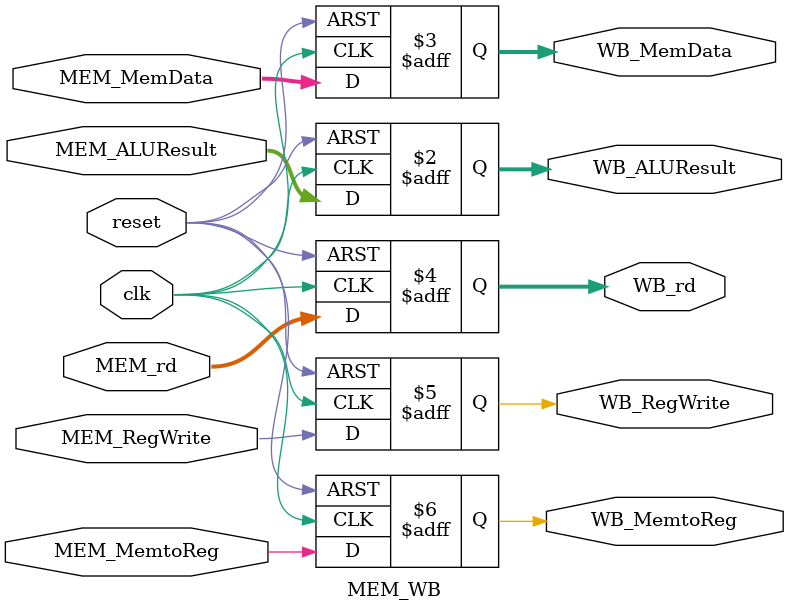
<source format=v>

module MEM_WB (
  input wire clk, 
  input wire reset, 
  input wire [63:0] MEM_ALUResult,
  input wire [63:0] MEM_MemData,
  input wire [4:0]  MEM_rd,
  input wire MEM_RegWrite,
  input wire MEM_MemtoReg,
  output reg [63:0] WB_ALUResult,
  output reg [63:0] WB_MemData,
  output reg [4:0]  WB_rd,
  output reg WB_RegWrite,
  output reg WB_MemtoReg
);

  always @(posedge clk or posedge reset) begin
    if (reset) begin
      WB_ALUResult <= 64'b0;
      WB_MemData <= 64'b0;
      WB_rd <= 5'b0;
      WB_RegWrite <= 1'b0;
      WB_MemtoReg <= 1'b0;
    end 
    else begin
      WB_ALUResult <= MEM_ALUResult;
      WB_MemData <= MEM_MemData;
      WB_rd <= MEM_rd;
      WB_RegWrite <= MEM_RegWrite;
      WB_MemtoReg <= MEM_MemtoReg;
    end
  end
endmodule

</source>
